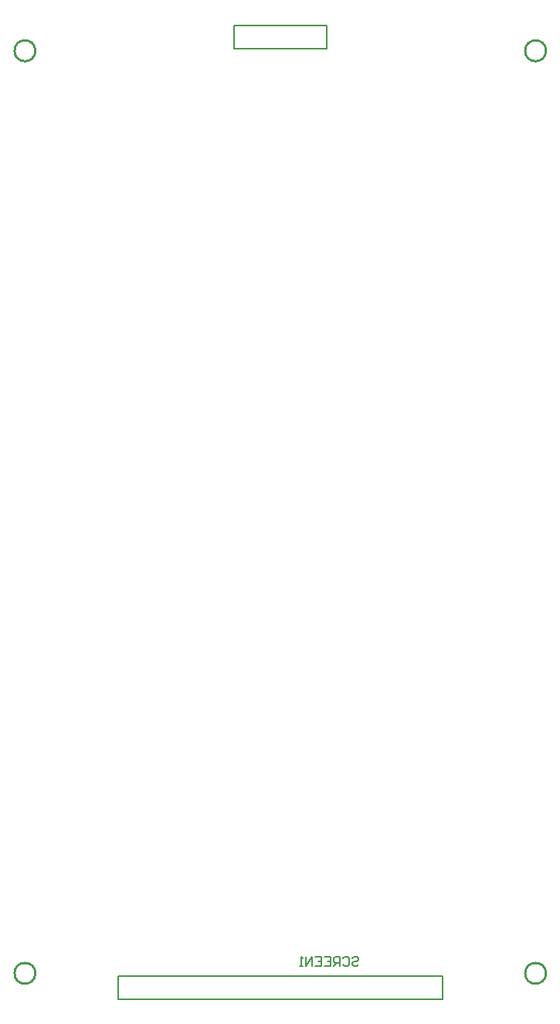
<source format=gbo>
G04*
G04 #@! TF.GenerationSoftware,Altium Limited,Altium Designer,25.4.2 (15)*
G04*
G04 Layer_Color=32896*
%FSLAX44Y44*%
%MOMM*%
G71*
G04*
G04 #@! TF.SameCoordinates,6A8DEE2E-71F6-4429-A04B-94C45BF31DEA*
G04*
G04*
G04 #@! TF.FilePolarity,Positive*
G04*
G01*
G75*
%ADD12C,0.1524*%
%ADD14C,0.1500*%
%ADD16C,0.2540*%
D12*
X401820Y61298D02*
X403513Y62990D01*
X406898D01*
X408591Y61298D01*
Y59605D01*
X406898Y57912D01*
X403513D01*
X401820Y56219D01*
Y54526D01*
X403513Y52834D01*
X406898D01*
X408591Y54526D01*
X391663Y61298D02*
X393356Y62990D01*
X396741D01*
X398434Y61298D01*
Y54526D01*
X396741Y52834D01*
X393356D01*
X391663Y54526D01*
X388278Y52834D02*
Y62990D01*
X383199D01*
X381506Y61298D01*
Y57912D01*
X383199Y56219D01*
X388278D01*
X384892D02*
X381506Y52834D01*
X371350Y62990D02*
X378121D01*
Y52834D01*
X371350D01*
X378121Y57912D02*
X374735D01*
X361193Y62990D02*
X367964D01*
Y52834D01*
X361193D01*
X367964Y57912D02*
X364579D01*
X357807Y52834D02*
Y62990D01*
X351036Y52834D01*
Y62990D01*
X347651Y52834D02*
X344265D01*
X345958D01*
Y62990D01*
X347651Y61298D01*
D14*
X373757Y1058300D02*
Y1083735D01*
X271900D02*
X373757D01*
X271900Y1058300D02*
Y1083735D01*
Y1058300D02*
X373757D01*
X144900Y16900D02*
Y42300D01*
X500500D01*
Y16900D02*
Y42300D01*
X144900Y16900D02*
X500500D01*
D16*
X54270Y45000D02*
G03*
X54270Y45000I-11430J0D01*
G01*
X613990D02*
G03*
X613990Y45000I-11430J0D01*
G01*
Y1055600D02*
G03*
X613990Y1055600I-11430J0D01*
G01*
X54270D02*
G03*
X54270Y1055600I-11430J0D01*
G01*
M02*

</source>
